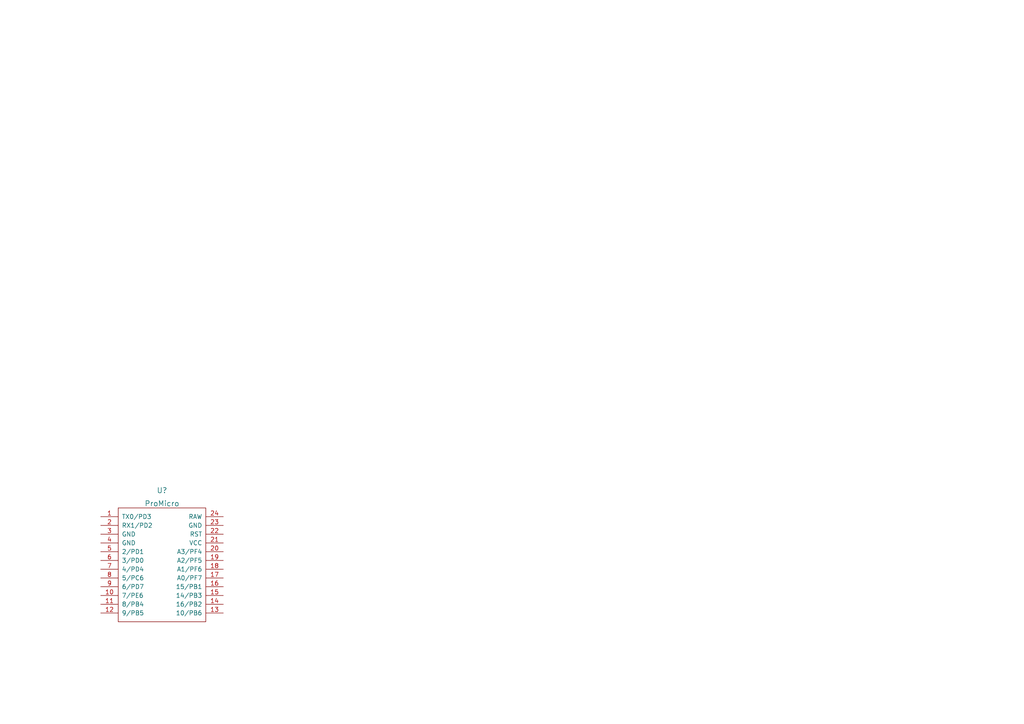
<source format=kicad_sch>
(kicad_sch (version 20211123) (generator eeschema)
  (paper "A4")
  (lib_symbols
    (symbol "keebio:ProMicro" (pin_names (offset 1.016))
      (property "Reference" "U" (at 0 0 0))
      (property "Value" "ProMicro" (at 0 -19.05 0))
      (symbol "ProMicro_0_1"
        (rectangle (start -12.7 -16.51) (end 12.7 16.51))
      )
      (symbol "ProMicro_1_1"
        (pin input line (at -17.78 13.97 0) (length 5.08) (name "TX0/PD3") (number "1"))
        (pin input line (at -17.78 -8.89 0) (length 5.08) (name "7/PE6") (number "10"))
        (pin input line (at -17.78 -11.43 0) (length 5.08) (name "8/PB4") (number "11"))
        (pin input line (at -17.78 -13.97 0) (length 5.08) (name "9/PB5") (number "12"))
        (pin input line (at 17.78 -13.97 180) (length 5.08) (name "10/PB6") (number "13"))
        (pin input line (at 17.78 -11.43 180) (length 5.08) (name "16/PB2") (number "14"))
        (pin input line (at 17.78 -8.89 180) (length 5.08) (name "14/PB3") (number "15"))
        (pin input line (at 17.78 -6.35 180) (length 5.08) (name "15/PB1") (number "16"))
        (pin input line (at 17.78 -3.81 180) (length 5.08) (name "A0/PF7") (number "17"))
        (pin input line (at 17.78 -1.27 180) (length 5.08) (name "A1/PF6") (number "18"))
        (pin input line (at 17.78 1.27 180) (length 5.08) (name "A2/PF5") (number "19"))
        (pin input line (at -17.78 11.43 0) (length 5.08) (name "RX1/PD2") (number "2"))
        (pin input line (at 17.78 3.81 180) (length 5.08) (name "A3/PF4") (number "20"))
        (pin input line (at 17.78 6.35 180) (length 5.08) (name "VCC") (number "21"))
        (pin input line (at 17.78 8.89 180) (length 5.08) (name "RST") (number "22"))
        (pin input line (at 17.78 11.43 180) (length 5.08) (name "GND") (number "23"))
        (pin input line (at 17.78 13.97 180) (length 5.08) (name "RAW") (number "24"))
        (pin input line (at -17.78 8.89 0) (length 5.08) (name "GND") (number "3"))
        (pin input line (at -17.78 6.35 0) (length 5.08) (name "GND") (number "4"))
        (pin input line (at -17.78 3.81 0) (length 5.08) (name "2/PD1") (number "5"))
        (pin input line (at -17.78 1.27 0) (length 5.08) (name "3/PD0") (number "6"))
        (pin input line (at -17.78 -1.27 0) (length 5.08) (name "4/PD4") (number "7"))
        (pin input line (at -17.78 -3.81 0) (length 5.08) (name "5/PC6") (number "8"))
        (pin input line (at -17.78 -6.35 0) (length 5.08) (name "6/PD7") (number "9"))
      )
    )
  )
  (symbol (lib_id "keebio:ProMicro") (at 46.99 163.83 0) (unit 1)
    (property "Reference" "U?" (at 46.99 142.24 0) (effects (font (size 1.524 1.524))))
    (property "Value" "ProMicro" (at 46.99 146.05 0) (effects (font (size 1.524 1.524))))
  )
)
</source>
